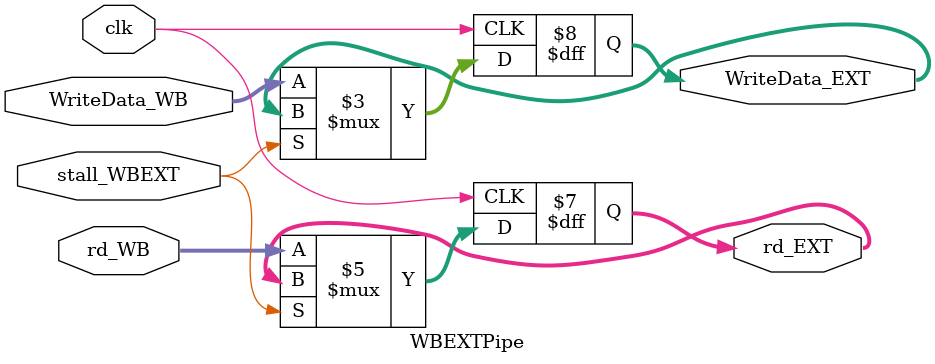
<source format=v>
`timescale 1ns / 1ps


module WBEXTPipe(
    input clk,
    input stall_WBEXT,
    input [4:0] rd_WB,
    output  reg[4:0] rd_EXT,
    input [31:0] WriteData_WB,
    output reg[31:0] WriteData_EXT
    );
    
    always@(posedge clk)begin
        if(~stall_WBEXT)begin
            rd_EXT <= rd_WB;
            WriteData_EXT <= WriteData_WB;
        end
    end
endmodule

</source>
